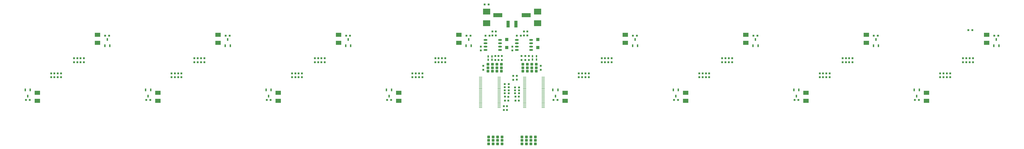
<source format=gtp>
G04*
G04 #@! TF.GenerationSoftware,Altium Limited,Altium Designer,19.0.13 (425)*
G04*
G04 Layer_Color=8421504*
%FSLAX25Y25*%
%MOIN*%
G70*
G01*
G75*
%ADD16R,0.03150X0.02953*%
%ADD17R,0.02953X0.03150*%
%ADD18R,0.07992X0.05984*%
%ADD19R,0.01968X0.03543*%
G04:AMPARAMS|DCode=20|XSize=39.37mil|YSize=39.37mil|CornerRadius=3.94mil|HoleSize=0mil|Usage=FLASHONLY|Rotation=90.000|XOffset=0mil|YOffset=0mil|HoleType=Round|Shape=RoundedRectangle|*
%AMROUNDEDRECTD20*
21,1,0.03937,0.03150,0,0,90.0*
21,1,0.03150,0.03937,0,0,90.0*
1,1,0.00787,0.01575,0.01575*
1,1,0.00787,0.01575,-0.01575*
1,1,0.00787,-0.01575,-0.01575*
1,1,0.00787,-0.01575,0.01575*
%
%ADD20ROUNDEDRECTD20*%
%ADD21R,0.02362X0.03937*%
%ADD22R,0.13504X0.06496*%
%ADD23R,0.05000X0.10000*%
%ADD24O,0.05709X0.02362*%
%ADD25O,0.04921X0.00984*%
%ADD26R,0.10799X0.08500*%
%ADD27R,0.04724X0.04724*%
D16*
X680118Y56235D02*
D03*
X686024D02*
D03*
X-34843Y94488D02*
D03*
X-40748D02*
D03*
X-4921Y-24364D02*
D03*
X-10827D02*
D03*
X67815Y-48031D02*
D03*
X61910D02*
D03*
X606398D02*
D03*
X600492D02*
D03*
X247342D02*
D03*
X241437D02*
D03*
X426870D02*
D03*
X420965D02*
D03*
X539272Y48031D02*
D03*
X545177D02*
D03*
X359744D02*
D03*
X365650D02*
D03*
X180217D02*
D03*
X186122D02*
D03*
X718799D02*
D03*
X724705D02*
D03*
X-247342D02*
D03*
X-241437D02*
D03*
X-426870D02*
D03*
X-420965D02*
D03*
X-67815D02*
D03*
X-61910D02*
D03*
X-180217Y-48031D02*
D03*
X-186122D02*
D03*
X-359744D02*
D03*
X-365650D02*
D03*
X-539272D02*
D03*
X-545177D02*
D03*
X-606398Y48031D02*
D03*
X-600492D02*
D03*
X-718799Y-48031D02*
D03*
X-724705D02*
D03*
X4528Y-38189D02*
D03*
X10433D02*
D03*
X-4921Y-29134D02*
D03*
X-10827D02*
D03*
X13189Y48031D02*
D03*
X7283D02*
D03*
X-33661D02*
D03*
X-39567D02*
D03*
X4528Y-29528D02*
D03*
X10433D02*
D03*
X-4921Y-38189D02*
D03*
X-10827D02*
D03*
X4528Y-33858D02*
D03*
X10433D02*
D03*
X-4921Y-33740D02*
D03*
X-10827D02*
D03*
D17*
X42913Y-2953D02*
D03*
Y2953D02*
D03*
X17717Y48227D02*
D03*
Y54133D02*
D03*
X22741D02*
D03*
Y48227D02*
D03*
X-42913Y-2953D02*
D03*
Y2953D02*
D03*
X-29134Y48227D02*
D03*
Y54133D02*
D03*
X-24298Y54134D02*
D03*
Y48228D02*
D03*
X14173Y11614D02*
D03*
Y17520D02*
D03*
X25197D02*
D03*
Y11614D02*
D03*
X19685Y17520D02*
D03*
Y11614D02*
D03*
X-7480Y-63189D02*
D03*
Y-57284D02*
D03*
X114370Y-14173D02*
D03*
Y-8268D02*
D03*
X99606Y-14173D02*
D03*
Y-8268D02*
D03*
X109449Y-8268D02*
D03*
Y-14174D02*
D03*
X104528Y-14173D02*
D03*
Y-8268D02*
D03*
X652953Y-14173D02*
D03*
Y-8268D02*
D03*
X638189Y-14173D02*
D03*
Y-8268D02*
D03*
X648032Y-8268D02*
D03*
Y-14174D02*
D03*
X643110Y-14173D02*
D03*
Y-8268D02*
D03*
X293898Y-14173D02*
D03*
Y-8268D02*
D03*
X279134Y-14173D02*
D03*
Y-8268D02*
D03*
X288976Y-8268D02*
D03*
Y-14174D02*
D03*
X284055Y-14173D02*
D03*
Y-8268D02*
D03*
X473425Y-14173D02*
D03*
Y-8268D02*
D03*
X458661Y-14173D02*
D03*
Y-8268D02*
D03*
X468504Y-8268D02*
D03*
Y-14174D02*
D03*
X463583Y-14173D02*
D03*
Y-8268D02*
D03*
X492717Y14173D02*
D03*
Y8268D02*
D03*
X507480Y14173D02*
D03*
Y8268D02*
D03*
X497638Y8268D02*
D03*
Y14174D02*
D03*
X502559Y14173D02*
D03*
Y8268D02*
D03*
X313189Y14173D02*
D03*
Y8268D02*
D03*
X327953Y14173D02*
D03*
Y8268D02*
D03*
X318110Y8268D02*
D03*
Y14174D02*
D03*
X323031Y14173D02*
D03*
Y8268D02*
D03*
X133661Y14173D02*
D03*
Y8268D02*
D03*
X148425Y14173D02*
D03*
Y8268D02*
D03*
X138583Y8268D02*
D03*
Y14174D02*
D03*
X143504Y14173D02*
D03*
Y8268D02*
D03*
X672244Y14173D02*
D03*
Y8268D02*
D03*
X687008Y14173D02*
D03*
Y8268D02*
D03*
X677165Y8268D02*
D03*
Y14174D02*
D03*
X682087Y14173D02*
D03*
Y8268D02*
D03*
X-293898Y14173D02*
D03*
Y8268D02*
D03*
X-279134Y14173D02*
D03*
Y8268D02*
D03*
X-288976Y8268D02*
D03*
Y14174D02*
D03*
X-284055Y14173D02*
D03*
Y8268D02*
D03*
X-473425Y14173D02*
D03*
Y8268D02*
D03*
X-458661Y14173D02*
D03*
Y8268D02*
D03*
X-468504Y8268D02*
D03*
Y14174D02*
D03*
X-463583Y14173D02*
D03*
Y8268D02*
D03*
X-114370Y14173D02*
D03*
Y8268D02*
D03*
X-99606Y14173D02*
D03*
Y8268D02*
D03*
X-109449Y8268D02*
D03*
Y14174D02*
D03*
X-104528Y14173D02*
D03*
Y8268D02*
D03*
X-133661Y-14173D02*
D03*
Y-8268D02*
D03*
X-148425Y-14173D02*
D03*
Y-8268D02*
D03*
X-138583Y-8268D02*
D03*
Y-14174D02*
D03*
X-143504Y-14173D02*
D03*
Y-8268D02*
D03*
X-313189Y-14173D02*
D03*
Y-8268D02*
D03*
X-327953Y-14173D02*
D03*
Y-8268D02*
D03*
X-318110Y-8268D02*
D03*
Y-14174D02*
D03*
X-323031Y-14173D02*
D03*
Y-8268D02*
D03*
X-492717Y-14173D02*
D03*
Y-8268D02*
D03*
X-507480Y-14173D02*
D03*
Y-8268D02*
D03*
X-497638Y-8268D02*
D03*
Y-14174D02*
D03*
X-502559Y-14173D02*
D03*
Y-8268D02*
D03*
X394Y31693D02*
D03*
Y25787D02*
D03*
X-46457Y31693D02*
D03*
Y25787D02*
D03*
X-643110Y8268D02*
D03*
Y14173D02*
D03*
X-682087Y-8268D02*
D03*
Y-14173D02*
D03*
X-24803Y17520D02*
D03*
Y11614D02*
D03*
X-648032Y14174D02*
D03*
Y8268D02*
D03*
X-677165Y-14174D02*
D03*
Y-8268D02*
D03*
X1654Y-17953D02*
D03*
Y-12047D02*
D03*
X-15354Y17520D02*
D03*
Y11614D02*
D03*
X5118Y-43110D02*
D03*
Y-49016D02*
D03*
X-5512Y-49213D02*
D03*
Y-43307D02*
D03*
X-638189Y14173D02*
D03*
Y8268D02*
D03*
X-687008Y-14173D02*
D03*
Y-8268D02*
D03*
X10236Y-49016D02*
D03*
Y-43110D02*
D03*
X-10630D02*
D03*
Y-49016D02*
D03*
X-652953Y8268D02*
D03*
Y14173D02*
D03*
X-672244Y-8268D02*
D03*
Y-14173D02*
D03*
X7126Y-11969D02*
D03*
Y-17874D02*
D03*
X-12205Y-63189D02*
D03*
Y-57284D02*
D03*
X-20079Y11614D02*
D03*
Y17520D02*
D03*
D18*
X707480Y37421D02*
D03*
Y49390D02*
D03*
X617717Y-37421D02*
D03*
Y-49390D02*
D03*
X527953Y37421D02*
D03*
Y49390D02*
D03*
X438189Y-37421D02*
D03*
Y-49390D02*
D03*
X348425Y37421D02*
D03*
Y49390D02*
D03*
X258661Y-37421D02*
D03*
Y-49390D02*
D03*
X168898Y37421D02*
D03*
Y49390D02*
D03*
X79134Y-37421D02*
D03*
Y-49390D02*
D03*
X-79134Y37421D02*
D03*
Y49390D02*
D03*
X-168898Y-37421D02*
D03*
Y-49390D02*
D03*
X-258661Y37421D02*
D03*
Y49390D02*
D03*
X-348425Y-37421D02*
D03*
Y-49390D02*
D03*
X-438189Y37421D02*
D03*
Y49390D02*
D03*
X-527953Y-37421D02*
D03*
Y-49390D02*
D03*
X-617717Y37421D02*
D03*
Y49390D02*
D03*
X-707480Y-37421D02*
D03*
Y-49390D02*
D03*
D19*
X36417Y17323D02*
D03*
X30512D02*
D03*
X30512Y12205D02*
D03*
X36417D02*
D03*
X-29724Y16929D02*
D03*
X-35630D02*
D03*
X-35630Y11811D02*
D03*
X-29724D02*
D03*
D20*
X36220Y0D02*
D03*
Y-5118D02*
D03*
Y5118D02*
D03*
X16142D02*
D03*
Y-5118D02*
D03*
Y0D02*
D03*
X-22441Y5118D02*
D03*
Y-5118D02*
D03*
Y0D02*
D03*
X22835Y5118D02*
D03*
Y-5118D02*
D03*
Y0D02*
D03*
X-15748Y5118D02*
D03*
Y-5118D02*
D03*
Y0D02*
D03*
X29528Y5118D02*
D03*
Y-5118D02*
D03*
Y0D02*
D03*
X-29134Y5118D02*
D03*
Y-5118D02*
D03*
Y0D02*
D03*
X-35827Y5118D02*
D03*
Y-5118D02*
D03*
Y0D02*
D03*
X14764Y-103347D02*
D03*
Y-113583D02*
D03*
Y-108465D02*
D03*
X-14764Y-103347D02*
D03*
Y-113583D02*
D03*
Y-108465D02*
D03*
X21457Y-103347D02*
D03*
Y-113583D02*
D03*
Y-108465D02*
D03*
X-21457Y-103347D02*
D03*
Y-113583D02*
D03*
Y-108465D02*
D03*
X28150Y-103347D02*
D03*
Y-113583D02*
D03*
Y-108465D02*
D03*
X-28150Y-103347D02*
D03*
Y-113583D02*
D03*
Y-108465D02*
D03*
X34843Y-103347D02*
D03*
Y-113583D02*
D03*
Y-108465D02*
D03*
X-34843Y-103347D02*
D03*
Y-113583D02*
D03*
Y-108465D02*
D03*
D21*
X718209Y32972D02*
D03*
X725689D02*
D03*
X721949Y42421D02*
D03*
X606988Y-32972D02*
D03*
X599508D02*
D03*
X603248Y-42421D02*
D03*
X538681Y32972D02*
D03*
X546161D02*
D03*
X542421Y42421D02*
D03*
X427461Y-32972D02*
D03*
X419980D02*
D03*
X423721Y-42421D02*
D03*
X359154Y32972D02*
D03*
X366634D02*
D03*
X362894Y42421D02*
D03*
X247933Y-32972D02*
D03*
X240453D02*
D03*
X244193Y-42421D02*
D03*
X179626Y32972D02*
D03*
X187106D02*
D03*
X183366Y42421D02*
D03*
X68405Y-32972D02*
D03*
X60925D02*
D03*
X64665Y-42421D02*
D03*
X-68405Y32972D02*
D03*
X-60925D02*
D03*
X-64665Y42421D02*
D03*
X-179626Y-32972D02*
D03*
X-187106D02*
D03*
X-183366Y-42421D02*
D03*
X-247933Y32972D02*
D03*
X-240453D02*
D03*
X-244193Y42421D02*
D03*
X-359154Y-32972D02*
D03*
X-366634D02*
D03*
X-362894Y-42421D02*
D03*
X-427461Y32972D02*
D03*
X-419980D02*
D03*
X-423721Y42421D02*
D03*
X-538681Y-32972D02*
D03*
X-546161D02*
D03*
X-542421Y-42421D02*
D03*
X-606988Y32972D02*
D03*
X-599508D02*
D03*
X-603248Y42421D02*
D03*
X-718209Y-32972D02*
D03*
X-725689D02*
D03*
X-721949Y-42421D02*
D03*
D22*
X-21220Y78740D02*
D03*
X21220D02*
D03*
D23*
X5906Y65236D02*
D03*
X-5906D02*
D03*
D24*
X28445Y26752D02*
D03*
Y31752D02*
D03*
Y36752D02*
D03*
Y41752D02*
D03*
X6988Y26752D02*
D03*
Y31752D02*
D03*
Y36752D02*
D03*
Y41752D02*
D03*
X-18012Y26752D02*
D03*
Y31752D02*
D03*
Y36752D02*
D03*
Y41752D02*
D03*
X-39469Y26752D02*
D03*
Y31752D02*
D03*
Y36752D02*
D03*
Y41752D02*
D03*
D25*
X46457Y-59449D02*
D03*
Y-57480D02*
D03*
Y-55512D02*
D03*
Y-53543D02*
D03*
Y-51575D02*
D03*
Y-49606D02*
D03*
Y-47638D02*
D03*
Y-45669D02*
D03*
Y-43701D02*
D03*
Y-41732D02*
D03*
Y-39764D02*
D03*
Y-37795D02*
D03*
Y-35827D02*
D03*
Y-33858D02*
D03*
Y-31890D02*
D03*
Y-29921D02*
D03*
Y-27953D02*
D03*
Y-25984D02*
D03*
Y-24016D02*
D03*
Y-22047D02*
D03*
Y-20079D02*
D03*
Y-18110D02*
D03*
Y-16142D02*
D03*
Y-14173D02*
D03*
X18898Y-59449D02*
D03*
Y-57480D02*
D03*
Y-55512D02*
D03*
Y-53543D02*
D03*
Y-51575D02*
D03*
Y-49606D02*
D03*
Y-47638D02*
D03*
Y-45669D02*
D03*
Y-43701D02*
D03*
Y-41732D02*
D03*
Y-39764D02*
D03*
Y-37795D02*
D03*
Y-35827D02*
D03*
Y-33858D02*
D03*
Y-31890D02*
D03*
Y-29921D02*
D03*
Y-27953D02*
D03*
Y-25984D02*
D03*
Y-24016D02*
D03*
Y-22047D02*
D03*
Y-20079D02*
D03*
Y-18110D02*
D03*
Y-16142D02*
D03*
Y-14173D02*
D03*
X-46850Y-14173D02*
D03*
Y-16142D02*
D03*
Y-18110D02*
D03*
Y-20079D02*
D03*
Y-22047D02*
D03*
Y-24016D02*
D03*
Y-25984D02*
D03*
Y-27953D02*
D03*
Y-29921D02*
D03*
Y-31890D02*
D03*
Y-33858D02*
D03*
Y-35827D02*
D03*
Y-37795D02*
D03*
Y-39764D02*
D03*
Y-41732D02*
D03*
Y-43701D02*
D03*
Y-45669D02*
D03*
Y-47638D02*
D03*
Y-49606D02*
D03*
Y-51575D02*
D03*
Y-53543D02*
D03*
Y-55512D02*
D03*
Y-57480D02*
D03*
Y-59449D02*
D03*
X-19291Y-14173D02*
D03*
Y-16142D02*
D03*
Y-18110D02*
D03*
Y-20079D02*
D03*
Y-22047D02*
D03*
Y-24016D02*
D03*
Y-25984D02*
D03*
Y-27953D02*
D03*
Y-29921D02*
D03*
Y-31890D02*
D03*
Y-33858D02*
D03*
Y-35827D02*
D03*
Y-37795D02*
D03*
Y-39764D02*
D03*
Y-41732D02*
D03*
Y-43701D02*
D03*
Y-45669D02*
D03*
Y-47638D02*
D03*
Y-49606D02*
D03*
Y-51575D02*
D03*
Y-53543D02*
D03*
Y-55512D02*
D03*
Y-57480D02*
D03*
Y-59449D02*
D03*
D26*
X38110Y66575D02*
D03*
Y83976D02*
D03*
X-37795Y66496D02*
D03*
Y83898D02*
D03*
D27*
X38583Y30315D02*
D03*
Y42126D02*
D03*
X-7874Y30315D02*
D03*
Y42126D02*
D03*
M02*

</source>
